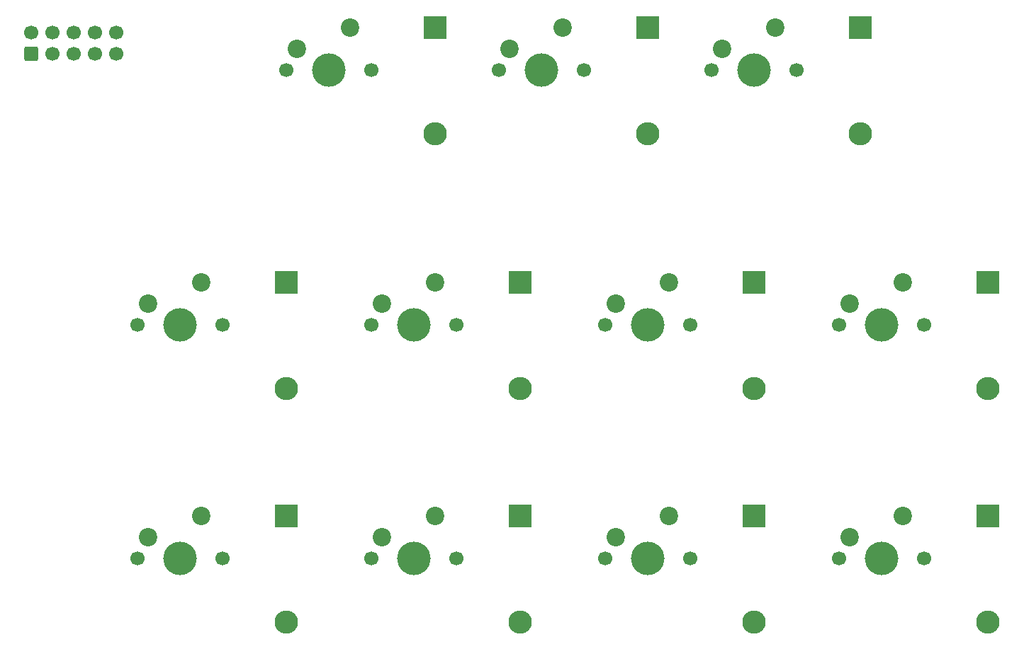
<source format=gbr>
%TF.GenerationSoftware,KiCad,Pcbnew,7.0.0-da2b9df05c~171~ubuntu22.04.1*%
%TF.CreationDate,2023-03-16T18:49:30-03:00*%
%TF.ProjectId,side_board,73696465-5f62-46f6-9172-642e6b696361,rev?*%
%TF.SameCoordinates,Original*%
%TF.FileFunction,Soldermask,Bot*%
%TF.FilePolarity,Negative*%
%FSLAX46Y46*%
G04 Gerber Fmt 4.6, Leading zero omitted, Abs format (unit mm)*
G04 Created by KiCad (PCBNEW 7.0.0-da2b9df05c~171~ubuntu22.04.1) date 2023-03-16 18:49:30*
%MOMM*%
%LPD*%
G01*
G04 APERTURE LIST*
G04 Aperture macros list*
%AMRoundRect*
0 Rectangle with rounded corners*
0 $1 Rounding radius*
0 $2 $3 $4 $5 $6 $7 $8 $9 X,Y pos of 4 corners*
0 Add a 4 corners polygon primitive as box body*
4,1,4,$2,$3,$4,$5,$6,$7,$8,$9,$2,$3,0*
0 Add four circle primitives for the rounded corners*
1,1,$1+$1,$2,$3*
1,1,$1+$1,$4,$5*
1,1,$1+$1,$6,$7*
1,1,$1+$1,$8,$9*
0 Add four rect primitives between the rounded corners*
20,1,$1+$1,$2,$3,$4,$5,0*
20,1,$1+$1,$4,$5,$6,$7,0*
20,1,$1+$1,$6,$7,$8,$9,0*
20,1,$1+$1,$8,$9,$2,$3,0*%
G04 Aperture macros list end*
%ADD10RoundRect,0.250000X0.600000X-0.600000X0.600000X0.600000X-0.600000X0.600000X-0.600000X-0.600000X0*%
%ADD11C,1.700000*%
%ADD12C,4.000000*%
%ADD13C,2.200000*%
%ADD14R,2.800000X2.800000*%
%ADD15O,2.800000X2.800000*%
G04 APERTURE END LIST*
D10*
%TO.C,J1*%
X58420000Y-53957500D03*
D11*
X58420000Y-51417500D03*
X60960000Y-53957500D03*
X60960000Y-51417500D03*
X63500000Y-53957500D03*
X63500000Y-51417500D03*
X66040000Y-53957500D03*
X66040000Y-51417500D03*
X68580000Y-53957500D03*
X68580000Y-51417500D03*
%TD*%
%TO.C,SW4*%
X71120000Y-86360000D03*
D12*
X76200000Y-86360000D03*
D11*
X81280000Y-86360000D03*
D13*
X78740000Y-81280000D03*
X72390000Y-83820000D03*
%TD*%
D11*
%TO.C,SW6*%
X127000000Y-86360000D03*
D12*
X132080000Y-86360000D03*
D11*
X137160000Y-86360000D03*
D13*
X134620000Y-81280000D03*
X128270000Y-83820000D03*
%TD*%
%TO.C,SW1*%
X90170000Y-53340000D03*
X96520000Y-50800000D03*
D11*
X99060000Y-55880000D03*
D12*
X93980000Y-55880000D03*
D11*
X88900000Y-55880000D03*
%TD*%
%TO.C,SW8*%
X71120000Y-114300000D03*
D12*
X76200000Y-114300000D03*
D11*
X81280000Y-114300000D03*
D13*
X78740000Y-109220000D03*
X72390000Y-111760000D03*
%TD*%
D14*
%TO.C,D9*%
X106679999Y-50799999D03*
D15*
X106679999Y-63499999D03*
%TD*%
D11*
%TO.C,SW11*%
X154940000Y-114300000D03*
D12*
X160020000Y-114300000D03*
D11*
X165100000Y-114300000D03*
D13*
X162560000Y-109220000D03*
X156210000Y-111760000D03*
%TD*%
D11*
%TO.C,SW10*%
X127000000Y-114300000D03*
D12*
X132080000Y-114300000D03*
D11*
X137160000Y-114300000D03*
D13*
X134620000Y-109220000D03*
X128270000Y-111760000D03*
%TD*%
D14*
%TO.C,D17*%
X116839999Y-109219999D03*
D15*
X116839999Y-121919999D03*
%TD*%
D13*
%TO.C,SW3*%
X140970000Y-53340000D03*
X147320000Y-50800000D03*
D11*
X149860000Y-55880000D03*
D12*
X144780000Y-55880000D03*
D11*
X139700000Y-55880000D03*
%TD*%
D14*
%TO.C,D15*%
X172719999Y-81279999D03*
D15*
X172719999Y-93979999D03*
%TD*%
D14*
%TO.C,D10*%
X132079999Y-50799999D03*
D15*
X132079999Y-63499999D03*
%TD*%
D14*
%TO.C,D12*%
X88899999Y-81279999D03*
D15*
X88899999Y-93979999D03*
%TD*%
D14*
%TO.C,D13*%
X116839999Y-81279999D03*
D15*
X116839999Y-93979999D03*
%TD*%
D13*
%TO.C,SW9*%
X100330000Y-111760000D03*
X106680000Y-109220000D03*
D11*
X109220000Y-114300000D03*
D12*
X104140000Y-114300000D03*
D11*
X99060000Y-114300000D03*
%TD*%
%TO.C,SW7*%
X154940000Y-86360000D03*
D12*
X160020000Y-86360000D03*
D11*
X165100000Y-86360000D03*
D13*
X162560000Y-81280000D03*
X156210000Y-83820000D03*
%TD*%
D14*
%TO.C,D11*%
X157479999Y-50799999D03*
D15*
X157479999Y-63499999D03*
%TD*%
D14*
%TO.C,D19*%
X172719999Y-109219999D03*
D15*
X172719999Y-121919999D03*
%TD*%
D11*
%TO.C,SW5*%
X99060000Y-86360000D03*
D12*
X104140000Y-86360000D03*
D11*
X109220000Y-86360000D03*
D13*
X106680000Y-81280000D03*
X100330000Y-83820000D03*
%TD*%
D11*
%TO.C,SW2*%
X114300000Y-55880000D03*
D12*
X119380000Y-55880000D03*
D11*
X124460000Y-55880000D03*
D13*
X121920000Y-50800000D03*
X115570000Y-53340000D03*
%TD*%
D14*
%TO.C,D14*%
X144779999Y-81279999D03*
D15*
X144779999Y-93979999D03*
%TD*%
D14*
%TO.C,D16*%
X88899999Y-109219999D03*
D15*
X88899999Y-121919999D03*
%TD*%
D14*
%TO.C,D18*%
X144779999Y-109219999D03*
D15*
X144779999Y-121919999D03*
%TD*%
M02*

</source>
